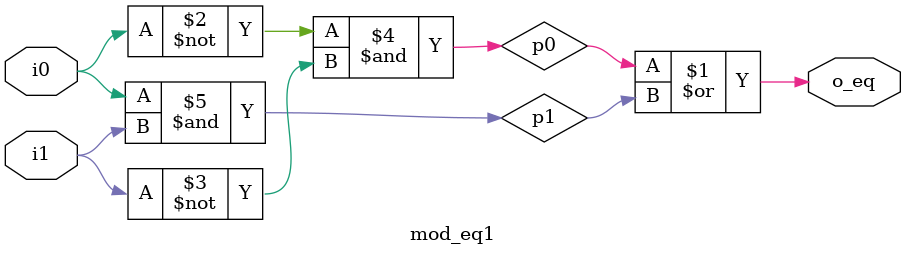
<source format=sv>
module mod_eq1
( 
     input var logic i0, i1,
     output var logic o_eq
);

logic p0, p1;

assign o_eq = p0 | p1;
assign p0 = ~i0 & ~i1;
assign p1 = i0 & i1;


endmodule
</source>
